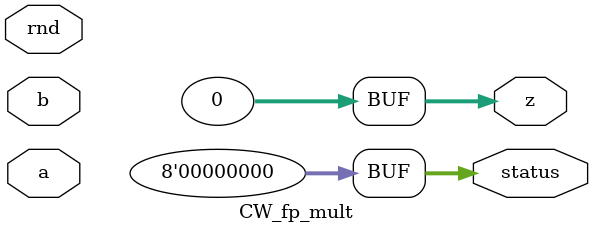
<source format=v>
module CW_fp_mult(a, b, rnd, status, z);

parameter sig_width = 23;
parameter exp_width = 8;
parameter ieee_compliance = 1;

input [sig_width+exp_width:0] a,b;
input [2:0] rnd;
output [7:0] status;
output [sig_width+exp_width:0] z;

assign status = 0;
assign z = 0;

endmodule

</source>
